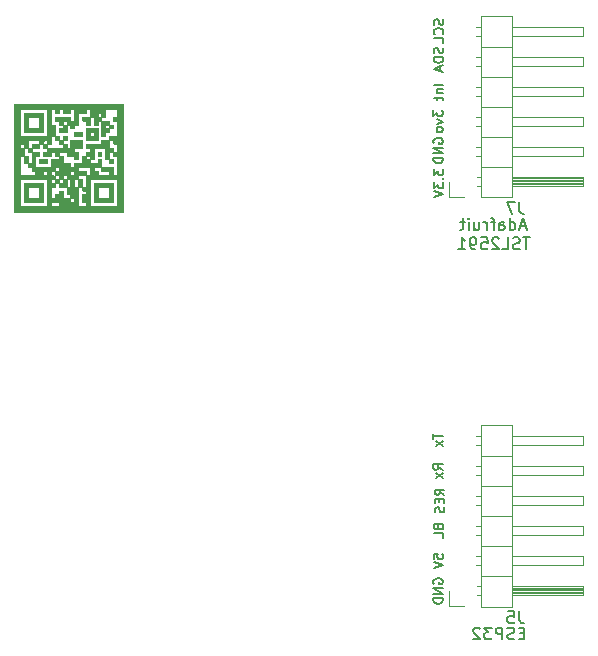
<source format=gbr>
G04 #@! TF.GenerationSoftware,KiCad,Pcbnew,(5.1.5)-3*
G04 #@! TF.CreationDate,2020-09-03T11:07:21+02:00*
G04 #@! TF.ProjectId,StepperClockMasterTinyK22,53746570-7065-4724-936c-6f636b4d6173,rev?*
G04 #@! TF.SameCoordinates,Original*
G04 #@! TF.FileFunction,Legend,Bot*
G04 #@! TF.FilePolarity,Positive*
%FSLAX46Y46*%
G04 Gerber Fmt 4.6, Leading zero omitted, Abs format (unit mm)*
G04 Created by KiCad (PCBNEW (5.1.5)-3) date 2020-09-03 11:07:21*
%MOMM*%
%LPD*%
G04 APERTURE LIST*
%ADD10C,0.150000*%
%ADD11C,0.120000*%
%ADD12C,0.010000*%
G04 APERTURE END LIST*
D10*
X142834285Y-105271666D02*
X142358095Y-105271666D01*
X142929523Y-105557380D02*
X142596190Y-104557380D01*
X142262857Y-105557380D01*
X141500952Y-105557380D02*
X141500952Y-104557380D01*
X141500952Y-105509761D02*
X141596190Y-105557380D01*
X141786666Y-105557380D01*
X141881904Y-105509761D01*
X141929523Y-105462142D01*
X141977142Y-105366904D01*
X141977142Y-105081190D01*
X141929523Y-104985952D01*
X141881904Y-104938333D01*
X141786666Y-104890714D01*
X141596190Y-104890714D01*
X141500952Y-104938333D01*
X140596190Y-105557380D02*
X140596190Y-105033571D01*
X140643809Y-104938333D01*
X140739047Y-104890714D01*
X140929523Y-104890714D01*
X141024761Y-104938333D01*
X140596190Y-105509761D02*
X140691428Y-105557380D01*
X140929523Y-105557380D01*
X141024761Y-105509761D01*
X141072380Y-105414523D01*
X141072380Y-105319285D01*
X141024761Y-105224047D01*
X140929523Y-105176428D01*
X140691428Y-105176428D01*
X140596190Y-105128809D01*
X140262857Y-104890714D02*
X139881904Y-104890714D01*
X140120000Y-105557380D02*
X140120000Y-104700238D01*
X140072380Y-104605000D01*
X139977142Y-104557380D01*
X139881904Y-104557380D01*
X139548571Y-105557380D02*
X139548571Y-104890714D01*
X139548571Y-105081190D02*
X139500952Y-104985952D01*
X139453333Y-104938333D01*
X139358095Y-104890714D01*
X139262857Y-104890714D01*
X138500952Y-104890714D02*
X138500952Y-105557380D01*
X138929523Y-104890714D02*
X138929523Y-105414523D01*
X138881904Y-105509761D01*
X138786666Y-105557380D01*
X138643809Y-105557380D01*
X138548571Y-105509761D01*
X138500952Y-105462142D01*
X138024761Y-105557380D02*
X138024761Y-104890714D01*
X138024761Y-104557380D02*
X138072380Y-104605000D01*
X138024761Y-104652619D01*
X137977142Y-104605000D01*
X138024761Y-104557380D01*
X138024761Y-104652619D01*
X137691428Y-104890714D02*
X137310476Y-104890714D01*
X137548571Y-104557380D02*
X137548571Y-105414523D01*
X137500952Y-105509761D01*
X137405714Y-105557380D01*
X137310476Y-105557380D01*
X143191428Y-106207380D02*
X142620000Y-106207380D01*
X142905714Y-107207380D02*
X142905714Y-106207380D01*
X142334285Y-107159761D02*
X142191428Y-107207380D01*
X141953333Y-107207380D01*
X141858095Y-107159761D01*
X141810476Y-107112142D01*
X141762857Y-107016904D01*
X141762857Y-106921666D01*
X141810476Y-106826428D01*
X141858095Y-106778809D01*
X141953333Y-106731190D01*
X142143809Y-106683571D01*
X142239047Y-106635952D01*
X142286666Y-106588333D01*
X142334285Y-106493095D01*
X142334285Y-106397857D01*
X142286666Y-106302619D01*
X142239047Y-106255000D01*
X142143809Y-106207380D01*
X141905714Y-106207380D01*
X141762857Y-106255000D01*
X140858095Y-107207380D02*
X141334285Y-107207380D01*
X141334285Y-106207380D01*
X140572380Y-106302619D02*
X140524761Y-106255000D01*
X140429523Y-106207380D01*
X140191428Y-106207380D01*
X140096190Y-106255000D01*
X140048571Y-106302619D01*
X140000952Y-106397857D01*
X140000952Y-106493095D01*
X140048571Y-106635952D01*
X140620000Y-107207380D01*
X140000952Y-107207380D01*
X139096190Y-106207380D02*
X139572380Y-106207380D01*
X139620000Y-106683571D01*
X139572380Y-106635952D01*
X139477142Y-106588333D01*
X139239047Y-106588333D01*
X139143809Y-106635952D01*
X139096190Y-106683571D01*
X139048571Y-106778809D01*
X139048571Y-107016904D01*
X139096190Y-107112142D01*
X139143809Y-107159761D01*
X139239047Y-107207380D01*
X139477142Y-107207380D01*
X139572380Y-107159761D01*
X139620000Y-107112142D01*
X138572380Y-107207380D02*
X138381904Y-107207380D01*
X138286666Y-107159761D01*
X138239047Y-107112142D01*
X138143809Y-106969285D01*
X138096190Y-106778809D01*
X138096190Y-106397857D01*
X138143809Y-106302619D01*
X138191428Y-106255000D01*
X138286666Y-106207380D01*
X138477142Y-106207380D01*
X138572380Y-106255000D01*
X138620000Y-106302619D01*
X138667619Y-106397857D01*
X138667619Y-106635952D01*
X138620000Y-106731190D01*
X138572380Y-106778809D01*
X138477142Y-106826428D01*
X138286666Y-106826428D01*
X138191428Y-106778809D01*
X138143809Y-106731190D01*
X138096190Y-106635952D01*
X137143809Y-107207380D02*
X137715238Y-107207380D01*
X137429523Y-107207380D02*
X137429523Y-106207380D01*
X137524761Y-106350238D01*
X137620000Y-106445476D01*
X137715238Y-106493095D01*
X135843809Y-87747619D02*
X135881904Y-87861904D01*
X135881904Y-88052380D01*
X135843809Y-88128571D01*
X135805714Y-88166666D01*
X135729523Y-88204761D01*
X135653333Y-88204761D01*
X135577142Y-88166666D01*
X135539047Y-88128571D01*
X135500952Y-88052380D01*
X135462857Y-87900000D01*
X135424761Y-87823809D01*
X135386666Y-87785714D01*
X135310476Y-87747619D01*
X135234285Y-87747619D01*
X135158095Y-87785714D01*
X135120000Y-87823809D01*
X135081904Y-87900000D01*
X135081904Y-88090476D01*
X135120000Y-88204761D01*
X135805714Y-89004761D02*
X135843809Y-88966666D01*
X135881904Y-88852380D01*
X135881904Y-88776190D01*
X135843809Y-88661904D01*
X135767619Y-88585714D01*
X135691428Y-88547619D01*
X135539047Y-88509523D01*
X135424761Y-88509523D01*
X135272380Y-88547619D01*
X135196190Y-88585714D01*
X135120000Y-88661904D01*
X135081904Y-88776190D01*
X135081904Y-88852380D01*
X135120000Y-88966666D01*
X135158095Y-89004761D01*
X135881904Y-89728571D02*
X135881904Y-89347619D01*
X135081904Y-89347619D01*
X135813809Y-90148571D02*
X135851904Y-90262857D01*
X135851904Y-90453333D01*
X135813809Y-90529523D01*
X135775714Y-90567619D01*
X135699523Y-90605714D01*
X135623333Y-90605714D01*
X135547142Y-90567619D01*
X135509047Y-90529523D01*
X135470952Y-90453333D01*
X135432857Y-90300952D01*
X135394761Y-90224761D01*
X135356666Y-90186666D01*
X135280476Y-90148571D01*
X135204285Y-90148571D01*
X135128095Y-90186666D01*
X135090000Y-90224761D01*
X135051904Y-90300952D01*
X135051904Y-90491428D01*
X135090000Y-90605714D01*
X135851904Y-90948571D02*
X135051904Y-90948571D01*
X135051904Y-91139047D01*
X135090000Y-91253333D01*
X135166190Y-91329523D01*
X135242380Y-91367619D01*
X135394761Y-91405714D01*
X135509047Y-91405714D01*
X135661428Y-91367619D01*
X135737619Y-91329523D01*
X135813809Y-91253333D01*
X135851904Y-91139047D01*
X135851904Y-90948571D01*
X135623333Y-91710476D02*
X135623333Y-92091428D01*
X135851904Y-91634285D02*
X135051904Y-91900952D01*
X135851904Y-92167619D01*
X135851904Y-93289523D02*
X135051904Y-93289523D01*
X135318571Y-93670476D02*
X135851904Y-93670476D01*
X135394761Y-93670476D02*
X135356666Y-93708571D01*
X135318571Y-93784761D01*
X135318571Y-93899047D01*
X135356666Y-93975238D01*
X135432857Y-94013333D01*
X135851904Y-94013333D01*
X135318571Y-94280000D02*
X135318571Y-94584761D01*
X135051904Y-94394285D02*
X135737619Y-94394285D01*
X135813809Y-94432380D01*
X135851904Y-94508571D01*
X135851904Y-94584761D01*
X135031904Y-95446666D02*
X135031904Y-95941904D01*
X135336666Y-95675238D01*
X135336666Y-95789523D01*
X135374761Y-95865714D01*
X135412857Y-95903809D01*
X135489047Y-95941904D01*
X135679523Y-95941904D01*
X135755714Y-95903809D01*
X135793809Y-95865714D01*
X135831904Y-95789523D01*
X135831904Y-95560952D01*
X135793809Y-95484761D01*
X135755714Y-95446666D01*
X135298571Y-96208571D02*
X135831904Y-96399047D01*
X135298571Y-96589523D01*
X135831904Y-97008571D02*
X135793809Y-96932380D01*
X135755714Y-96894285D01*
X135679523Y-96856190D01*
X135450952Y-96856190D01*
X135374761Y-96894285D01*
X135336666Y-96932380D01*
X135298571Y-97008571D01*
X135298571Y-97122857D01*
X135336666Y-97199047D01*
X135374761Y-97237142D01*
X135450952Y-97275238D01*
X135679523Y-97275238D01*
X135755714Y-97237142D01*
X135793809Y-97199047D01*
X135831904Y-97122857D01*
X135831904Y-97008571D01*
X135070000Y-98240476D02*
X135031904Y-98164285D01*
X135031904Y-98050000D01*
X135070000Y-97935714D01*
X135146190Y-97859523D01*
X135222380Y-97821428D01*
X135374761Y-97783333D01*
X135489047Y-97783333D01*
X135641428Y-97821428D01*
X135717619Y-97859523D01*
X135793809Y-97935714D01*
X135831904Y-98050000D01*
X135831904Y-98126190D01*
X135793809Y-98240476D01*
X135755714Y-98278571D01*
X135489047Y-98278571D01*
X135489047Y-98126190D01*
X135831904Y-98621428D02*
X135031904Y-98621428D01*
X135831904Y-99078571D01*
X135031904Y-99078571D01*
X135831904Y-99459523D02*
X135031904Y-99459523D01*
X135031904Y-99650000D01*
X135070000Y-99764285D01*
X135146190Y-99840476D01*
X135222380Y-99878571D01*
X135374761Y-99916666D01*
X135489047Y-99916666D01*
X135641428Y-99878571D01*
X135717619Y-99840476D01*
X135793809Y-99764285D01*
X135831904Y-99650000D01*
X135831904Y-99459523D01*
X135081904Y-100379047D02*
X135081904Y-100874285D01*
X135386666Y-100607619D01*
X135386666Y-100721904D01*
X135424761Y-100798095D01*
X135462857Y-100836190D01*
X135539047Y-100874285D01*
X135729523Y-100874285D01*
X135805714Y-100836190D01*
X135843809Y-100798095D01*
X135881904Y-100721904D01*
X135881904Y-100493333D01*
X135843809Y-100417142D01*
X135805714Y-100379047D01*
X135805714Y-101217142D02*
X135843809Y-101255238D01*
X135881904Y-101217142D01*
X135843809Y-101179047D01*
X135805714Y-101217142D01*
X135881904Y-101217142D01*
X135081904Y-101521904D02*
X135081904Y-102017142D01*
X135386666Y-101750476D01*
X135386666Y-101864761D01*
X135424761Y-101940952D01*
X135462857Y-101979047D01*
X135539047Y-102017142D01*
X135729523Y-102017142D01*
X135805714Y-101979047D01*
X135843809Y-101940952D01*
X135881904Y-101864761D01*
X135881904Y-101636190D01*
X135843809Y-101560000D01*
X135805714Y-101521904D01*
X135081904Y-102245714D02*
X135881904Y-102512380D01*
X135081904Y-102779047D01*
X135021904Y-122807619D02*
X135021904Y-123264761D01*
X135821904Y-123036190D02*
X135021904Y-123036190D01*
X135821904Y-123455238D02*
X135288571Y-123874285D01*
X135288571Y-123455238D02*
X135821904Y-123874285D01*
X135821904Y-125873809D02*
X135440952Y-125607142D01*
X135821904Y-125416666D02*
X135021904Y-125416666D01*
X135021904Y-125721428D01*
X135060000Y-125797619D01*
X135098095Y-125835714D01*
X135174285Y-125873809D01*
X135288571Y-125873809D01*
X135364761Y-125835714D01*
X135402857Y-125797619D01*
X135440952Y-125721428D01*
X135440952Y-125416666D01*
X135821904Y-126140476D02*
X135288571Y-126559523D01*
X135288571Y-126140476D02*
X135821904Y-126559523D01*
X135961904Y-128004761D02*
X135580952Y-127738095D01*
X135961904Y-127547619D02*
X135161904Y-127547619D01*
X135161904Y-127852380D01*
X135200000Y-127928571D01*
X135238095Y-127966666D01*
X135314285Y-128004761D01*
X135428571Y-128004761D01*
X135504761Y-127966666D01*
X135542857Y-127928571D01*
X135580952Y-127852380D01*
X135580952Y-127547619D01*
X135542857Y-128347619D02*
X135542857Y-128614285D01*
X135961904Y-128728571D02*
X135961904Y-128347619D01*
X135161904Y-128347619D01*
X135161904Y-128728571D01*
X135923809Y-129033333D02*
X135961904Y-129147619D01*
X135961904Y-129338095D01*
X135923809Y-129414285D01*
X135885714Y-129452380D01*
X135809523Y-129490476D01*
X135733333Y-129490476D01*
X135657142Y-129452380D01*
X135619047Y-129414285D01*
X135580952Y-129338095D01*
X135542857Y-129185714D01*
X135504761Y-129109523D01*
X135466666Y-129071428D01*
X135390476Y-129033333D01*
X135314285Y-129033333D01*
X135238095Y-129071428D01*
X135200000Y-129109523D01*
X135161904Y-129185714D01*
X135161904Y-129376190D01*
X135200000Y-129490476D01*
X135432857Y-130733333D02*
X135470952Y-130847619D01*
X135509047Y-130885714D01*
X135585238Y-130923809D01*
X135699523Y-130923809D01*
X135775714Y-130885714D01*
X135813809Y-130847619D01*
X135851904Y-130771428D01*
X135851904Y-130466666D01*
X135051904Y-130466666D01*
X135051904Y-130733333D01*
X135090000Y-130809523D01*
X135128095Y-130847619D01*
X135204285Y-130885714D01*
X135280476Y-130885714D01*
X135356666Y-130847619D01*
X135394761Y-130809523D01*
X135432857Y-130733333D01*
X135432857Y-130466666D01*
X135851904Y-131647619D02*
X135851904Y-131266666D01*
X135051904Y-131266666D01*
X135060000Y-135520476D02*
X135021904Y-135444285D01*
X135021904Y-135330000D01*
X135060000Y-135215714D01*
X135136190Y-135139523D01*
X135212380Y-135101428D01*
X135364761Y-135063333D01*
X135479047Y-135063333D01*
X135631428Y-135101428D01*
X135707619Y-135139523D01*
X135783809Y-135215714D01*
X135821904Y-135330000D01*
X135821904Y-135406190D01*
X135783809Y-135520476D01*
X135745714Y-135558571D01*
X135479047Y-135558571D01*
X135479047Y-135406190D01*
X135821904Y-135901428D02*
X135021904Y-135901428D01*
X135821904Y-136358571D01*
X135021904Y-136358571D01*
X135821904Y-136739523D02*
X135021904Y-136739523D01*
X135021904Y-136930000D01*
X135060000Y-137044285D01*
X135136190Y-137120476D01*
X135212380Y-137158571D01*
X135364761Y-137196666D01*
X135479047Y-137196666D01*
X135631428Y-137158571D01*
X135707619Y-137120476D01*
X135783809Y-137044285D01*
X135821904Y-136930000D01*
X135821904Y-136739523D01*
X135071904Y-133407619D02*
X135071904Y-133026666D01*
X135452857Y-132988571D01*
X135414761Y-133026666D01*
X135376666Y-133102857D01*
X135376666Y-133293333D01*
X135414761Y-133369523D01*
X135452857Y-133407619D01*
X135529047Y-133445714D01*
X135719523Y-133445714D01*
X135795714Y-133407619D01*
X135833809Y-133369523D01*
X135871904Y-133293333D01*
X135871904Y-133102857D01*
X135833809Y-133026666D01*
X135795714Y-132988571D01*
X135071904Y-133674285D02*
X135871904Y-133940952D01*
X135071904Y-134207619D01*
X142722857Y-139718571D02*
X142389523Y-139718571D01*
X142246666Y-140242380D02*
X142722857Y-140242380D01*
X142722857Y-139242380D01*
X142246666Y-139242380D01*
X141865714Y-140194761D02*
X141722857Y-140242380D01*
X141484761Y-140242380D01*
X141389523Y-140194761D01*
X141341904Y-140147142D01*
X141294285Y-140051904D01*
X141294285Y-139956666D01*
X141341904Y-139861428D01*
X141389523Y-139813809D01*
X141484761Y-139766190D01*
X141675238Y-139718571D01*
X141770476Y-139670952D01*
X141818095Y-139623333D01*
X141865714Y-139528095D01*
X141865714Y-139432857D01*
X141818095Y-139337619D01*
X141770476Y-139290000D01*
X141675238Y-139242380D01*
X141437142Y-139242380D01*
X141294285Y-139290000D01*
X140865714Y-140242380D02*
X140865714Y-139242380D01*
X140484761Y-139242380D01*
X140389523Y-139290000D01*
X140341904Y-139337619D01*
X140294285Y-139432857D01*
X140294285Y-139575714D01*
X140341904Y-139670952D01*
X140389523Y-139718571D01*
X140484761Y-139766190D01*
X140865714Y-139766190D01*
X139960952Y-139242380D02*
X139341904Y-139242380D01*
X139675238Y-139623333D01*
X139532380Y-139623333D01*
X139437142Y-139670952D01*
X139389523Y-139718571D01*
X139341904Y-139813809D01*
X139341904Y-140051904D01*
X139389523Y-140147142D01*
X139437142Y-140194761D01*
X139532380Y-140242380D01*
X139818095Y-140242380D01*
X139913333Y-140194761D01*
X139960952Y-140147142D01*
X138960952Y-139337619D02*
X138913333Y-139290000D01*
X138818095Y-139242380D01*
X138580000Y-139242380D01*
X138484761Y-139290000D01*
X138437142Y-139337619D01*
X138389523Y-139432857D01*
X138389523Y-139528095D01*
X138437142Y-139670952D01*
X139008571Y-140242380D01*
X138389523Y-140242380D01*
D11*
X139020000Y-102820000D02*
X139020000Y-87460000D01*
X139020000Y-87460000D02*
X141680000Y-87460000D01*
X141680000Y-87460000D02*
X141680000Y-102820000D01*
X141680000Y-102820000D02*
X139020000Y-102820000D01*
X141680000Y-101870000D02*
X147680000Y-101870000D01*
X147680000Y-101870000D02*
X147680000Y-101110000D01*
X147680000Y-101110000D02*
X141680000Y-101110000D01*
X141680000Y-101810000D02*
X147680000Y-101810000D01*
X141680000Y-101690000D02*
X147680000Y-101690000D01*
X141680000Y-101570000D02*
X147680000Y-101570000D01*
X141680000Y-101450000D02*
X147680000Y-101450000D01*
X141680000Y-101330000D02*
X147680000Y-101330000D01*
X141680000Y-101210000D02*
X147680000Y-101210000D01*
X138690000Y-101870000D02*
X139020000Y-101870000D01*
X138690000Y-101110000D02*
X139020000Y-101110000D01*
X139020000Y-100220000D02*
X141680000Y-100220000D01*
X141680000Y-99330000D02*
X147680000Y-99330000D01*
X147680000Y-99330000D02*
X147680000Y-98570000D01*
X147680000Y-98570000D02*
X141680000Y-98570000D01*
X138622929Y-99330000D02*
X139020000Y-99330000D01*
X138622929Y-98570000D02*
X139020000Y-98570000D01*
X139020000Y-97680000D02*
X141680000Y-97680000D01*
X141680000Y-96790000D02*
X147680000Y-96790000D01*
X147680000Y-96790000D02*
X147680000Y-96030000D01*
X147680000Y-96030000D02*
X141680000Y-96030000D01*
X138622929Y-96790000D02*
X139020000Y-96790000D01*
X138622929Y-96030000D02*
X139020000Y-96030000D01*
X139020000Y-95140000D02*
X141680000Y-95140000D01*
X141680000Y-94250000D02*
X147680000Y-94250000D01*
X147680000Y-94250000D02*
X147680000Y-93490000D01*
X147680000Y-93490000D02*
X141680000Y-93490000D01*
X138622929Y-94250000D02*
X139020000Y-94250000D01*
X138622929Y-93490000D02*
X139020000Y-93490000D01*
X139020000Y-92600000D02*
X141680000Y-92600000D01*
X141680000Y-91710000D02*
X147680000Y-91710000D01*
X147680000Y-91710000D02*
X147680000Y-90950000D01*
X147680000Y-90950000D02*
X141680000Y-90950000D01*
X138622929Y-91710000D02*
X139020000Y-91710000D01*
X138622929Y-90950000D02*
X139020000Y-90950000D01*
X139020000Y-90060000D02*
X141680000Y-90060000D01*
X141680000Y-89170000D02*
X147680000Y-89170000D01*
X147680000Y-89170000D02*
X147680000Y-88410000D01*
X147680000Y-88410000D02*
X141680000Y-88410000D01*
X138622929Y-89170000D02*
X139020000Y-89170000D01*
X138622929Y-88410000D02*
X139020000Y-88410000D01*
X136310000Y-101490000D02*
X136310000Y-102760000D01*
X136310000Y-102760000D02*
X137580000Y-102760000D01*
X139020000Y-137460000D02*
X139020000Y-122100000D01*
X139020000Y-122100000D02*
X141680000Y-122100000D01*
X141680000Y-122100000D02*
X141680000Y-137460000D01*
X141680000Y-137460000D02*
X139020000Y-137460000D01*
X141680000Y-136510000D02*
X147680000Y-136510000D01*
X147680000Y-136510000D02*
X147680000Y-135750000D01*
X147680000Y-135750000D02*
X141680000Y-135750000D01*
X141680000Y-136450000D02*
X147680000Y-136450000D01*
X141680000Y-136330000D02*
X147680000Y-136330000D01*
X141680000Y-136210000D02*
X147680000Y-136210000D01*
X141680000Y-136090000D02*
X147680000Y-136090000D01*
X141680000Y-135970000D02*
X147680000Y-135970000D01*
X141680000Y-135850000D02*
X147680000Y-135850000D01*
X138690000Y-136510000D02*
X139020000Y-136510000D01*
X138690000Y-135750000D02*
X139020000Y-135750000D01*
X139020000Y-134860000D02*
X141680000Y-134860000D01*
X141680000Y-133970000D02*
X147680000Y-133970000D01*
X147680000Y-133970000D02*
X147680000Y-133210000D01*
X147680000Y-133210000D02*
X141680000Y-133210000D01*
X138622929Y-133970000D02*
X139020000Y-133970000D01*
X138622929Y-133210000D02*
X139020000Y-133210000D01*
X139020000Y-132320000D02*
X141680000Y-132320000D01*
X141680000Y-131430000D02*
X147680000Y-131430000D01*
X147680000Y-131430000D02*
X147680000Y-130670000D01*
X147680000Y-130670000D02*
X141680000Y-130670000D01*
X138622929Y-131430000D02*
X139020000Y-131430000D01*
X138622929Y-130670000D02*
X139020000Y-130670000D01*
X139020000Y-129780000D02*
X141680000Y-129780000D01*
X141680000Y-128890000D02*
X147680000Y-128890000D01*
X147680000Y-128890000D02*
X147680000Y-128130000D01*
X147680000Y-128130000D02*
X141680000Y-128130000D01*
X138622929Y-128890000D02*
X139020000Y-128890000D01*
X138622929Y-128130000D02*
X139020000Y-128130000D01*
X139020000Y-127240000D02*
X141680000Y-127240000D01*
X141680000Y-126350000D02*
X147680000Y-126350000D01*
X147680000Y-126350000D02*
X147680000Y-125590000D01*
X147680000Y-125590000D02*
X141680000Y-125590000D01*
X138622929Y-126350000D02*
X139020000Y-126350000D01*
X138622929Y-125590000D02*
X139020000Y-125590000D01*
X139020000Y-124700000D02*
X141680000Y-124700000D01*
X141680000Y-123810000D02*
X147680000Y-123810000D01*
X147680000Y-123810000D02*
X147680000Y-123050000D01*
X147680000Y-123050000D02*
X141680000Y-123050000D01*
X138622929Y-123810000D02*
X139020000Y-123810000D01*
X138622929Y-123050000D02*
X139020000Y-123050000D01*
X136310000Y-136130000D02*
X136310000Y-137400000D01*
X136310000Y-137400000D02*
X137580000Y-137400000D01*
D12*
G36*
X108774333Y-94898000D02*
G01*
X99545667Y-94898000D01*
X99545667Y-97649667D01*
X100053667Y-97649667D01*
X100053667Y-95363667D01*
X102297333Y-95363667D01*
X102297333Y-97649667D01*
X100053667Y-97649667D01*
X99545667Y-97649667D01*
X99545667Y-98623334D01*
X100011333Y-98623334D01*
X100011333Y-98284667D01*
X100350000Y-98284667D01*
X100350000Y-98623334D01*
X100011333Y-98623334D01*
X99545667Y-98623334D01*
X99545667Y-100951667D01*
X100011333Y-100951667D01*
X100011333Y-99300667D01*
X100350000Y-99300667D01*
X100350000Y-98623334D01*
X100688667Y-98623334D01*
X100688667Y-97988334D01*
X101662333Y-97988334D01*
X101662333Y-98136500D01*
X101667460Y-98231366D01*
X101699112Y-98273525D01*
X101781700Y-98284336D01*
X101831667Y-98284667D01*
X101940085Y-98280182D01*
X101988266Y-98252486D01*
X102000621Y-98180221D01*
X102001000Y-98136500D01*
X102006126Y-98041635D01*
X102037779Y-97999476D01*
X102120367Y-97988665D01*
X102170333Y-97988334D01*
X102278751Y-97992819D01*
X102326933Y-98020515D01*
X102339288Y-98092780D01*
X102339667Y-98136500D01*
X102346220Y-98235806D01*
X102383193Y-98276533D01*
X102476555Y-98284649D01*
X102487833Y-98284667D01*
X102636000Y-98284667D01*
X102636000Y-97649667D01*
X102974667Y-97649667D01*
X102974667Y-96676000D01*
X102636000Y-96676000D01*
X102636000Y-95321334D01*
X102974667Y-95321334D01*
X102974667Y-95660000D01*
X103313333Y-95660000D01*
X103313333Y-95321334D01*
X103652000Y-95321334D01*
X103652000Y-95660000D01*
X104287000Y-95660000D01*
X104287000Y-95321334D01*
X104625667Y-95321334D01*
X104625667Y-96337334D01*
X104287000Y-96337334D01*
X104287000Y-95998667D01*
X102974667Y-95998667D01*
X102974667Y-96337334D01*
X103313333Y-96337334D01*
X103313333Y-96676000D01*
X103652000Y-96676000D01*
X103652000Y-96337334D01*
X103990667Y-96337334D01*
X103990667Y-96506667D01*
X103995152Y-96615085D01*
X104022848Y-96663267D01*
X104095113Y-96675622D01*
X104138833Y-96676000D01*
X104238139Y-96682554D01*
X104278865Y-96719527D01*
X104286981Y-96812889D01*
X104287000Y-96824167D01*
X104292126Y-96919033D01*
X104323779Y-96961192D01*
X104406367Y-96972003D01*
X104456333Y-96972334D01*
X104564751Y-96967848D01*
X104612933Y-96940152D01*
X104625288Y-96867888D01*
X104625667Y-96824167D01*
X104630793Y-96729301D01*
X104662445Y-96687142D01*
X104745034Y-96676332D01*
X104795000Y-96676000D01*
X104964333Y-96676000D01*
X104964333Y-95660000D01*
X105599333Y-95660000D01*
X105599333Y-95321334D01*
X105938000Y-95321334D01*
X105938000Y-95998667D01*
X106276667Y-95998667D01*
X106276667Y-96676000D01*
X106615333Y-96676000D01*
X106615333Y-96506667D01*
X106619819Y-96398249D01*
X106647515Y-96350067D01*
X106719779Y-96337712D01*
X106763500Y-96337334D01*
X106858366Y-96332207D01*
X106900525Y-96300555D01*
X106911335Y-96217967D01*
X106911667Y-96168000D01*
X106907181Y-96059582D01*
X106879485Y-96011401D01*
X106807220Y-95999046D01*
X106763500Y-95998667D01*
X106668634Y-95993541D01*
X106626475Y-95961888D01*
X106615664Y-95879300D01*
X106615333Y-95829334D01*
X106619819Y-95720916D01*
X106647515Y-95672734D01*
X106719779Y-95660379D01*
X106763500Y-95660000D01*
X106858366Y-95665127D01*
X106900525Y-95696779D01*
X106911335Y-95779368D01*
X106911667Y-95829334D01*
X106911667Y-95998667D01*
X107250333Y-95998667D01*
X107250333Y-95321334D01*
X108266333Y-95321334D01*
X108266333Y-95998667D01*
X107927667Y-95998667D01*
X107927667Y-96337334D01*
X108266333Y-96337334D01*
X108266333Y-97649667D01*
X107589000Y-97649667D01*
X107589000Y-97988334D01*
X107758333Y-97988334D01*
X107866751Y-97992819D01*
X107914933Y-98020515D01*
X107927288Y-98092780D01*
X107927667Y-98136500D01*
X107932793Y-98231366D01*
X107964445Y-98273525D01*
X108047034Y-98284336D01*
X108097000Y-98284667D01*
X108266333Y-98284667D01*
X108266333Y-98962000D01*
X107927667Y-98962000D01*
X107927667Y-99300667D01*
X108266333Y-99300667D01*
X108266333Y-100951667D01*
X107927667Y-100951667D01*
X107927667Y-100274334D01*
X106911667Y-100274334D01*
X106911667Y-99597000D01*
X106763500Y-99597000D01*
X106668634Y-99602127D01*
X106626475Y-99633779D01*
X106615664Y-99716368D01*
X106615333Y-99766334D01*
X106615333Y-99935667D01*
X105938000Y-99935667D01*
X105938000Y-99597000D01*
X105768667Y-99597000D01*
X105660248Y-99592515D01*
X105612067Y-99564819D01*
X105599712Y-99492554D01*
X105599333Y-99448834D01*
X105592780Y-99349528D01*
X105555807Y-99308802D01*
X105462444Y-99300686D01*
X105451167Y-99300667D01*
X105303000Y-99300667D01*
X105303000Y-99935667D01*
X104625667Y-99935667D01*
X104625667Y-100274334D01*
X104287000Y-100274334D01*
X104287000Y-99935667D01*
X103652000Y-99935667D01*
X103652000Y-99300667D01*
X103482667Y-99300667D01*
X103374248Y-99305153D01*
X103326067Y-99332849D01*
X103313712Y-99405113D01*
X103313333Y-99448834D01*
X103313333Y-99597000D01*
X102636000Y-99597000D01*
X102636000Y-100274334D01*
X102974667Y-100274334D01*
X103313333Y-100274334D01*
X103313333Y-100613000D01*
X102974667Y-100613000D01*
X102974667Y-100274334D01*
X102636000Y-100274334D01*
X101323667Y-100274334D01*
X101323667Y-99300667D01*
X101662333Y-99300667D01*
X101662333Y-98962000D01*
X101027333Y-98962000D01*
X101027333Y-99935667D01*
X100688667Y-99935667D01*
X100688667Y-100274334D01*
X101027333Y-100274334D01*
X101027333Y-100443667D01*
X101031819Y-100552085D01*
X101059515Y-100600267D01*
X101131779Y-100612622D01*
X101175500Y-100613000D01*
X101270366Y-100618127D01*
X101312525Y-100649779D01*
X101323335Y-100732368D01*
X101323667Y-100782334D01*
X101323667Y-100951667D01*
X102001000Y-100951667D01*
X102001000Y-100613000D01*
X102339667Y-100613000D01*
X102339667Y-100951667D01*
X102001000Y-100951667D01*
X101323667Y-100951667D01*
X100011333Y-100951667D01*
X99545667Y-100951667D01*
X99545667Y-103534000D01*
X100053667Y-103534000D01*
X100053667Y-101290334D01*
X102297333Y-101290334D01*
X102297333Y-102899000D01*
X102636000Y-102899000D01*
X102636000Y-101925334D01*
X102974667Y-101925334D01*
X102974667Y-101586667D01*
X102636000Y-101586667D01*
X102636000Y-101248000D01*
X102805333Y-101248000D01*
X102913751Y-101243515D01*
X102961933Y-101215819D01*
X102974288Y-101143554D01*
X102974667Y-101099834D01*
X102969540Y-101004968D01*
X102937888Y-100962809D01*
X102855299Y-100951998D01*
X102805333Y-100951667D01*
X102636000Y-100951667D01*
X102636000Y-100613000D01*
X102974667Y-100613000D01*
X102974667Y-100951667D01*
X103144000Y-100951667D01*
X103252418Y-100956153D01*
X103300600Y-100983849D01*
X103312955Y-101056113D01*
X103313333Y-101099834D01*
X103318460Y-101194700D01*
X103350112Y-101236859D01*
X103432700Y-101247669D01*
X103482667Y-101248000D01*
X103591085Y-101243515D01*
X103639266Y-101215819D01*
X103651621Y-101143554D01*
X103652000Y-101099834D01*
X103657126Y-101004968D01*
X103688779Y-100962809D01*
X103771367Y-100951998D01*
X103821333Y-100951667D01*
X104287000Y-100951667D01*
X104287000Y-100613000D01*
X104625667Y-100613000D01*
X104964333Y-100613000D01*
X104964333Y-100274334D01*
X105938000Y-100274334D01*
X105938000Y-100613000D01*
X106276667Y-100613000D01*
X106276667Y-100274334D01*
X106911667Y-100274334D01*
X106911667Y-100613000D01*
X107589000Y-100613000D01*
X107589000Y-100951667D01*
X106615333Y-100951667D01*
X106615333Y-100613000D01*
X106276667Y-100613000D01*
X105938000Y-100613000D01*
X105938000Y-100951667D01*
X105599333Y-100951667D01*
X105599333Y-100613000D01*
X104964333Y-100613000D01*
X104625667Y-100613000D01*
X104625667Y-100951667D01*
X104287000Y-100951667D01*
X103821333Y-100951667D01*
X103929751Y-100956153D01*
X103977933Y-100983849D01*
X103990288Y-101056113D01*
X103990667Y-101099834D01*
X103997220Y-101199140D01*
X104034193Y-101239866D01*
X104127555Y-101247982D01*
X104138833Y-101248000D01*
X104287000Y-101248000D01*
X104287000Y-101925334D01*
X104625667Y-101925334D01*
X104625667Y-101248000D01*
X104795000Y-101248000D01*
X104903418Y-101243515D01*
X104951600Y-101215819D01*
X104963955Y-101143554D01*
X104964333Y-101099834D01*
X104964333Y-100951667D01*
X105599333Y-100951667D01*
X105599333Y-101925334D01*
X105451167Y-101925334D01*
X105356301Y-101930460D01*
X105314142Y-101962113D01*
X105303331Y-102044701D01*
X105303000Y-102094667D01*
X105307485Y-102203085D01*
X105335181Y-102251267D01*
X105407446Y-102263622D01*
X105451167Y-102264000D01*
X105550472Y-102270554D01*
X105591199Y-102307527D01*
X105599315Y-102400889D01*
X105599333Y-102412167D01*
X105592780Y-102511473D01*
X105555807Y-102552199D01*
X105462444Y-102560315D01*
X105451167Y-102560334D01*
X105303000Y-102560334D01*
X105303000Y-103237667D01*
X105451167Y-103237667D01*
X105546032Y-103242794D01*
X105588191Y-103274446D01*
X105599002Y-103357034D01*
X105599333Y-103407000D01*
X105599333Y-103534000D01*
X105980333Y-103534000D01*
X105980333Y-101290334D01*
X108224000Y-101290334D01*
X108224000Y-103534000D01*
X105980333Y-103534000D01*
X105599333Y-103534000D01*
X105599333Y-103576334D01*
X104964333Y-103576334D01*
X104964333Y-101925334D01*
X104625667Y-101925334D01*
X104287000Y-101925334D01*
X103990667Y-101925334D01*
X103990667Y-102560334D01*
X104138833Y-102560334D01*
X104233699Y-102565460D01*
X104275858Y-102597113D01*
X104286669Y-102679701D01*
X104287000Y-102729667D01*
X104287000Y-102899000D01*
X103652000Y-102899000D01*
X103652000Y-102264000D01*
X103482667Y-102264000D01*
X103374248Y-102268486D01*
X103326067Y-102296182D01*
X103313712Y-102368447D01*
X103313333Y-102412167D01*
X103308207Y-102507033D01*
X103276554Y-102549192D01*
X103193966Y-102560003D01*
X103144000Y-102560334D01*
X102974667Y-102560334D01*
X102974667Y-102899000D01*
X102636000Y-102899000D01*
X102297333Y-102899000D01*
X102297333Y-103534000D01*
X100053667Y-103534000D01*
X99545667Y-103534000D01*
X99545667Y-103576334D01*
X102636000Y-103576334D01*
X102636000Y-103237667D01*
X103313333Y-103237667D01*
X104287000Y-103237667D01*
X104287000Y-102899000D01*
X104625667Y-102899000D01*
X104625667Y-103237667D01*
X104287000Y-103237667D01*
X103313333Y-103237667D01*
X103313333Y-103576334D01*
X102636000Y-103576334D01*
X99545667Y-103576334D01*
X99545667Y-104042000D01*
X108774333Y-104042000D01*
X108774333Y-94898000D01*
G37*
X108774333Y-94898000D02*
X99545667Y-94898000D01*
X99545667Y-97649667D01*
X100053667Y-97649667D01*
X100053667Y-95363667D01*
X102297333Y-95363667D01*
X102297333Y-97649667D01*
X100053667Y-97649667D01*
X99545667Y-97649667D01*
X99545667Y-98623334D01*
X100011333Y-98623334D01*
X100011333Y-98284667D01*
X100350000Y-98284667D01*
X100350000Y-98623334D01*
X100011333Y-98623334D01*
X99545667Y-98623334D01*
X99545667Y-100951667D01*
X100011333Y-100951667D01*
X100011333Y-99300667D01*
X100350000Y-99300667D01*
X100350000Y-98623334D01*
X100688667Y-98623334D01*
X100688667Y-97988334D01*
X101662333Y-97988334D01*
X101662333Y-98136500D01*
X101667460Y-98231366D01*
X101699112Y-98273525D01*
X101781700Y-98284336D01*
X101831667Y-98284667D01*
X101940085Y-98280182D01*
X101988266Y-98252486D01*
X102000621Y-98180221D01*
X102001000Y-98136500D01*
X102006126Y-98041635D01*
X102037779Y-97999476D01*
X102120367Y-97988665D01*
X102170333Y-97988334D01*
X102278751Y-97992819D01*
X102326933Y-98020515D01*
X102339288Y-98092780D01*
X102339667Y-98136500D01*
X102346220Y-98235806D01*
X102383193Y-98276533D01*
X102476555Y-98284649D01*
X102487833Y-98284667D01*
X102636000Y-98284667D01*
X102636000Y-97649667D01*
X102974667Y-97649667D01*
X102974667Y-96676000D01*
X102636000Y-96676000D01*
X102636000Y-95321334D01*
X102974667Y-95321334D01*
X102974667Y-95660000D01*
X103313333Y-95660000D01*
X103313333Y-95321334D01*
X103652000Y-95321334D01*
X103652000Y-95660000D01*
X104287000Y-95660000D01*
X104287000Y-95321334D01*
X104625667Y-95321334D01*
X104625667Y-96337334D01*
X104287000Y-96337334D01*
X104287000Y-95998667D01*
X102974667Y-95998667D01*
X102974667Y-96337334D01*
X103313333Y-96337334D01*
X103313333Y-96676000D01*
X103652000Y-96676000D01*
X103652000Y-96337334D01*
X103990667Y-96337334D01*
X103990667Y-96506667D01*
X103995152Y-96615085D01*
X104022848Y-96663267D01*
X104095113Y-96675622D01*
X104138833Y-96676000D01*
X104238139Y-96682554D01*
X104278865Y-96719527D01*
X104286981Y-96812889D01*
X104287000Y-96824167D01*
X104292126Y-96919033D01*
X104323779Y-96961192D01*
X104406367Y-96972003D01*
X104456333Y-96972334D01*
X104564751Y-96967848D01*
X104612933Y-96940152D01*
X104625288Y-96867888D01*
X104625667Y-96824167D01*
X104630793Y-96729301D01*
X104662445Y-96687142D01*
X104745034Y-96676332D01*
X104795000Y-96676000D01*
X104964333Y-96676000D01*
X104964333Y-95660000D01*
X105599333Y-95660000D01*
X105599333Y-95321334D01*
X105938000Y-95321334D01*
X105938000Y-95998667D01*
X106276667Y-95998667D01*
X106276667Y-96676000D01*
X106615333Y-96676000D01*
X106615333Y-96506667D01*
X106619819Y-96398249D01*
X106647515Y-96350067D01*
X106719779Y-96337712D01*
X106763500Y-96337334D01*
X106858366Y-96332207D01*
X106900525Y-96300555D01*
X106911335Y-96217967D01*
X106911667Y-96168000D01*
X106907181Y-96059582D01*
X106879485Y-96011401D01*
X106807220Y-95999046D01*
X106763500Y-95998667D01*
X106668634Y-95993541D01*
X106626475Y-95961888D01*
X106615664Y-95879300D01*
X106615333Y-95829334D01*
X106619819Y-95720916D01*
X106647515Y-95672734D01*
X106719779Y-95660379D01*
X106763500Y-95660000D01*
X106858366Y-95665127D01*
X106900525Y-95696779D01*
X106911335Y-95779368D01*
X106911667Y-95829334D01*
X106911667Y-95998667D01*
X107250333Y-95998667D01*
X107250333Y-95321334D01*
X108266333Y-95321334D01*
X108266333Y-95998667D01*
X107927667Y-95998667D01*
X107927667Y-96337334D01*
X108266333Y-96337334D01*
X108266333Y-97649667D01*
X107589000Y-97649667D01*
X107589000Y-97988334D01*
X107758333Y-97988334D01*
X107866751Y-97992819D01*
X107914933Y-98020515D01*
X107927288Y-98092780D01*
X107927667Y-98136500D01*
X107932793Y-98231366D01*
X107964445Y-98273525D01*
X108047034Y-98284336D01*
X108097000Y-98284667D01*
X108266333Y-98284667D01*
X108266333Y-98962000D01*
X107927667Y-98962000D01*
X107927667Y-99300667D01*
X108266333Y-99300667D01*
X108266333Y-100951667D01*
X107927667Y-100951667D01*
X107927667Y-100274334D01*
X106911667Y-100274334D01*
X106911667Y-99597000D01*
X106763500Y-99597000D01*
X106668634Y-99602127D01*
X106626475Y-99633779D01*
X106615664Y-99716368D01*
X106615333Y-99766334D01*
X106615333Y-99935667D01*
X105938000Y-99935667D01*
X105938000Y-99597000D01*
X105768667Y-99597000D01*
X105660248Y-99592515D01*
X105612067Y-99564819D01*
X105599712Y-99492554D01*
X105599333Y-99448834D01*
X105592780Y-99349528D01*
X105555807Y-99308802D01*
X105462444Y-99300686D01*
X105451167Y-99300667D01*
X105303000Y-99300667D01*
X105303000Y-99935667D01*
X104625667Y-99935667D01*
X104625667Y-100274334D01*
X104287000Y-100274334D01*
X104287000Y-99935667D01*
X103652000Y-99935667D01*
X103652000Y-99300667D01*
X103482667Y-99300667D01*
X103374248Y-99305153D01*
X103326067Y-99332849D01*
X103313712Y-99405113D01*
X103313333Y-99448834D01*
X103313333Y-99597000D01*
X102636000Y-99597000D01*
X102636000Y-100274334D01*
X102974667Y-100274334D01*
X103313333Y-100274334D01*
X103313333Y-100613000D01*
X102974667Y-100613000D01*
X102974667Y-100274334D01*
X102636000Y-100274334D01*
X101323667Y-100274334D01*
X101323667Y-99300667D01*
X101662333Y-99300667D01*
X101662333Y-98962000D01*
X101027333Y-98962000D01*
X101027333Y-99935667D01*
X100688667Y-99935667D01*
X100688667Y-100274334D01*
X101027333Y-100274334D01*
X101027333Y-100443667D01*
X101031819Y-100552085D01*
X101059515Y-100600267D01*
X101131779Y-100612622D01*
X101175500Y-100613000D01*
X101270366Y-100618127D01*
X101312525Y-100649779D01*
X101323335Y-100732368D01*
X101323667Y-100782334D01*
X101323667Y-100951667D01*
X102001000Y-100951667D01*
X102001000Y-100613000D01*
X102339667Y-100613000D01*
X102339667Y-100951667D01*
X102001000Y-100951667D01*
X101323667Y-100951667D01*
X100011333Y-100951667D01*
X99545667Y-100951667D01*
X99545667Y-103534000D01*
X100053667Y-103534000D01*
X100053667Y-101290334D01*
X102297333Y-101290334D01*
X102297333Y-102899000D01*
X102636000Y-102899000D01*
X102636000Y-101925334D01*
X102974667Y-101925334D01*
X102974667Y-101586667D01*
X102636000Y-101586667D01*
X102636000Y-101248000D01*
X102805333Y-101248000D01*
X102913751Y-101243515D01*
X102961933Y-101215819D01*
X102974288Y-101143554D01*
X102974667Y-101099834D01*
X102969540Y-101004968D01*
X102937888Y-100962809D01*
X102855299Y-100951998D01*
X102805333Y-100951667D01*
X102636000Y-100951667D01*
X102636000Y-100613000D01*
X102974667Y-100613000D01*
X102974667Y-100951667D01*
X103144000Y-100951667D01*
X103252418Y-100956153D01*
X103300600Y-100983849D01*
X103312955Y-101056113D01*
X103313333Y-101099834D01*
X103318460Y-101194700D01*
X103350112Y-101236859D01*
X103432700Y-101247669D01*
X103482667Y-101248000D01*
X103591085Y-101243515D01*
X103639266Y-101215819D01*
X103651621Y-101143554D01*
X103652000Y-101099834D01*
X103657126Y-101004968D01*
X103688779Y-100962809D01*
X103771367Y-100951998D01*
X103821333Y-100951667D01*
X104287000Y-100951667D01*
X104287000Y-100613000D01*
X104625667Y-100613000D01*
X104964333Y-100613000D01*
X104964333Y-100274334D01*
X105938000Y-100274334D01*
X105938000Y-100613000D01*
X106276667Y-100613000D01*
X106276667Y-100274334D01*
X106911667Y-100274334D01*
X106911667Y-100613000D01*
X107589000Y-100613000D01*
X107589000Y-100951667D01*
X106615333Y-100951667D01*
X106615333Y-100613000D01*
X106276667Y-100613000D01*
X105938000Y-100613000D01*
X105938000Y-100951667D01*
X105599333Y-100951667D01*
X105599333Y-100613000D01*
X104964333Y-100613000D01*
X104625667Y-100613000D01*
X104625667Y-100951667D01*
X104287000Y-100951667D01*
X103821333Y-100951667D01*
X103929751Y-100956153D01*
X103977933Y-100983849D01*
X103990288Y-101056113D01*
X103990667Y-101099834D01*
X103997220Y-101199140D01*
X104034193Y-101239866D01*
X104127555Y-101247982D01*
X104138833Y-101248000D01*
X104287000Y-101248000D01*
X104287000Y-101925334D01*
X104625667Y-101925334D01*
X104625667Y-101248000D01*
X104795000Y-101248000D01*
X104903418Y-101243515D01*
X104951600Y-101215819D01*
X104963955Y-101143554D01*
X104964333Y-101099834D01*
X104964333Y-100951667D01*
X105599333Y-100951667D01*
X105599333Y-101925334D01*
X105451167Y-101925334D01*
X105356301Y-101930460D01*
X105314142Y-101962113D01*
X105303331Y-102044701D01*
X105303000Y-102094667D01*
X105307485Y-102203085D01*
X105335181Y-102251267D01*
X105407446Y-102263622D01*
X105451167Y-102264000D01*
X105550472Y-102270554D01*
X105591199Y-102307527D01*
X105599315Y-102400889D01*
X105599333Y-102412167D01*
X105592780Y-102511473D01*
X105555807Y-102552199D01*
X105462444Y-102560315D01*
X105451167Y-102560334D01*
X105303000Y-102560334D01*
X105303000Y-103237667D01*
X105451167Y-103237667D01*
X105546032Y-103242794D01*
X105588191Y-103274446D01*
X105599002Y-103357034D01*
X105599333Y-103407000D01*
X105599333Y-103534000D01*
X105980333Y-103534000D01*
X105980333Y-101290334D01*
X108224000Y-101290334D01*
X108224000Y-103534000D01*
X105980333Y-103534000D01*
X105599333Y-103534000D01*
X105599333Y-103576334D01*
X104964333Y-103576334D01*
X104964333Y-101925334D01*
X104625667Y-101925334D01*
X104287000Y-101925334D01*
X103990667Y-101925334D01*
X103990667Y-102560334D01*
X104138833Y-102560334D01*
X104233699Y-102565460D01*
X104275858Y-102597113D01*
X104286669Y-102679701D01*
X104287000Y-102729667D01*
X104287000Y-102899000D01*
X103652000Y-102899000D01*
X103652000Y-102264000D01*
X103482667Y-102264000D01*
X103374248Y-102268486D01*
X103326067Y-102296182D01*
X103313712Y-102368447D01*
X103313333Y-102412167D01*
X103308207Y-102507033D01*
X103276554Y-102549192D01*
X103193966Y-102560003D01*
X103144000Y-102560334D01*
X102974667Y-102560334D01*
X102974667Y-102899000D01*
X102636000Y-102899000D01*
X102297333Y-102899000D01*
X102297333Y-103534000D01*
X100053667Y-103534000D01*
X99545667Y-103534000D01*
X99545667Y-103576334D01*
X102636000Y-103576334D01*
X102636000Y-103237667D01*
X103313333Y-103237667D01*
X104287000Y-103237667D01*
X104287000Y-102899000D01*
X104625667Y-102899000D01*
X104625667Y-103237667D01*
X104287000Y-103237667D01*
X103313333Y-103237667D01*
X103313333Y-103576334D01*
X102636000Y-103576334D01*
X99545667Y-103576334D01*
X99545667Y-104042000D01*
X108774333Y-104042000D01*
X108774333Y-94898000D01*
G36*
X105938000Y-95998667D02*
G01*
X105303000Y-95998667D01*
X105303000Y-96168000D01*
X105307485Y-96276419D01*
X105335181Y-96324600D01*
X105407446Y-96336955D01*
X105451167Y-96337334D01*
X105546032Y-96342460D01*
X105588191Y-96374113D01*
X105599002Y-96456701D01*
X105599333Y-96506667D01*
X105599333Y-96676000D01*
X105938000Y-96676000D01*
X105938000Y-95998667D01*
G37*
X105938000Y-95998667D02*
X105303000Y-95998667D01*
X105303000Y-96168000D01*
X105307485Y-96276419D01*
X105335181Y-96324600D01*
X105407446Y-96336955D01*
X105451167Y-96337334D01*
X105546032Y-96342460D01*
X105588191Y-96374113D01*
X105599002Y-96456701D01*
X105599333Y-96506667D01*
X105599333Y-96676000D01*
X105938000Y-96676000D01*
X105938000Y-95998667D01*
G36*
X107250333Y-97311000D02*
G01*
X107589000Y-97311000D01*
X107589000Y-96972334D01*
X107758333Y-96972334D01*
X107866751Y-96967848D01*
X107914933Y-96940152D01*
X107927288Y-96867888D01*
X107927667Y-96824167D01*
X107922540Y-96729301D01*
X107890888Y-96687142D01*
X107808299Y-96676332D01*
X107758333Y-96676000D01*
X107589000Y-96676000D01*
X107589000Y-96337334D01*
X106911667Y-96337334D01*
X106911667Y-96824167D01*
X107250333Y-96824167D01*
X107255460Y-96729301D01*
X107287112Y-96687142D01*
X107369700Y-96676332D01*
X107419667Y-96676000D01*
X107528085Y-96680486D01*
X107576266Y-96708182D01*
X107588621Y-96780447D01*
X107589000Y-96824167D01*
X107583873Y-96919033D01*
X107552221Y-96961192D01*
X107469633Y-96972003D01*
X107419667Y-96972334D01*
X107311248Y-96967848D01*
X107263067Y-96940152D01*
X107250712Y-96867888D01*
X107250333Y-96824167D01*
X106911667Y-96824167D01*
X106911667Y-97649667D01*
X107250333Y-97649667D01*
X107250333Y-97311000D01*
G37*
X107250333Y-97311000D02*
X107589000Y-97311000D01*
X107589000Y-96972334D01*
X107758333Y-96972334D01*
X107866751Y-96967848D01*
X107914933Y-96940152D01*
X107927288Y-96867888D01*
X107927667Y-96824167D01*
X107922540Y-96729301D01*
X107890888Y-96687142D01*
X107808299Y-96676332D01*
X107758333Y-96676000D01*
X107589000Y-96676000D01*
X107589000Y-96337334D01*
X106911667Y-96337334D01*
X106911667Y-96824167D01*
X107250333Y-96824167D01*
X107255460Y-96729301D01*
X107287112Y-96687142D01*
X107369700Y-96676332D01*
X107419667Y-96676000D01*
X107528085Y-96680486D01*
X107576266Y-96708182D01*
X107588621Y-96780447D01*
X107589000Y-96824167D01*
X107583873Y-96919033D01*
X107552221Y-96961192D01*
X107469633Y-96972003D01*
X107419667Y-96972334D01*
X107311248Y-96967848D01*
X107263067Y-96940152D01*
X107250712Y-96867888D01*
X107250333Y-96824167D01*
X106911667Y-96824167D01*
X106911667Y-97649667D01*
X107250333Y-97649667D01*
X107250333Y-97311000D01*
G36*
X103990667Y-96676000D02*
G01*
X103821333Y-96676000D01*
X103712915Y-96680486D01*
X103664733Y-96708182D01*
X103652378Y-96780447D01*
X103652000Y-96824167D01*
X103646873Y-96919033D01*
X103615221Y-96961192D01*
X103532633Y-96972003D01*
X103482667Y-96972334D01*
X103313333Y-96972334D01*
X103313333Y-97311000D01*
X103990667Y-97311000D01*
X103990667Y-96676000D01*
G37*
X103990667Y-96676000D02*
X103821333Y-96676000D01*
X103712915Y-96680486D01*
X103664733Y-96708182D01*
X103652378Y-96780447D01*
X103652000Y-96824167D01*
X103646873Y-96919033D01*
X103615221Y-96961192D01*
X103532633Y-96972003D01*
X103482667Y-96972334D01*
X103313333Y-96972334D01*
X103313333Y-97311000D01*
X103990667Y-97311000D01*
X103990667Y-96676000D01*
G36*
X106615333Y-96972334D02*
G01*
X105599333Y-96972334D01*
X105599333Y-97649667D01*
X105938000Y-97649667D01*
X105938000Y-97311000D01*
X106276667Y-97311000D01*
X106276667Y-97649667D01*
X105938000Y-97649667D01*
X105599333Y-97649667D01*
X105599333Y-97988334D01*
X106615333Y-97988334D01*
X106615333Y-96972334D01*
G37*
X106615333Y-96972334D02*
X105599333Y-96972334D01*
X105599333Y-97649667D01*
X105938000Y-97649667D01*
X105938000Y-97311000D01*
X106276667Y-97311000D01*
X106276667Y-97649667D01*
X105938000Y-97649667D01*
X105599333Y-97649667D01*
X105599333Y-97988334D01*
X106615333Y-97988334D01*
X106615333Y-96972334D01*
G36*
X105303000Y-97311000D02*
G01*
X104625667Y-97311000D01*
X104625667Y-97649667D01*
X105303000Y-97649667D01*
X105303000Y-97311000D01*
G37*
X105303000Y-97311000D02*
X104625667Y-97311000D01*
X104625667Y-97649667D01*
X105303000Y-97649667D01*
X105303000Y-97311000D01*
G36*
X102339667Y-98284667D02*
G01*
X102001000Y-98284667D01*
X102001000Y-98623334D01*
X102339667Y-98623334D01*
X102339667Y-98284667D01*
G37*
X102339667Y-98284667D02*
X102001000Y-98284667D01*
X102001000Y-98623334D01*
X102339667Y-98623334D01*
X102339667Y-98284667D01*
G36*
X102339667Y-98962000D02*
G01*
X102001000Y-98962000D01*
X102001000Y-99300667D01*
X102636000Y-99300667D01*
X102636000Y-98962000D01*
X102974667Y-98962000D01*
X102974667Y-99300667D01*
X103313333Y-99300667D01*
X103313333Y-98962000D01*
X103990667Y-98962000D01*
X103990667Y-99300667D01*
X104625667Y-99300667D01*
X104625667Y-99448834D01*
X104630793Y-99543700D01*
X104662445Y-99585859D01*
X104745034Y-99596669D01*
X104795000Y-99597000D01*
X104964333Y-99597000D01*
X104964333Y-98962000D01*
X104625667Y-98962000D01*
X104625667Y-98623334D01*
X105303000Y-98623334D01*
X105303000Y-97988334D01*
X104287000Y-97988334D01*
X104287000Y-98623334D01*
X104138833Y-98623334D01*
X104043967Y-98618207D01*
X104001808Y-98586555D01*
X103990998Y-98503967D01*
X103990667Y-98454000D01*
X103990667Y-98284667D01*
X103821333Y-98284667D01*
X103712915Y-98280182D01*
X103664733Y-98252486D01*
X103652378Y-98180221D01*
X103652000Y-98136500D01*
X103657126Y-98041635D01*
X103688779Y-97999476D01*
X103771367Y-97988665D01*
X103821333Y-97988334D01*
X103990667Y-97988334D01*
X103990667Y-97649667D01*
X103652000Y-97649667D01*
X103652000Y-97988334D01*
X103313333Y-97988334D01*
X103313333Y-97649667D01*
X102974667Y-97649667D01*
X102974667Y-97988334D01*
X103144000Y-97988334D01*
X103252418Y-97992819D01*
X103300600Y-98020515D01*
X103312955Y-98092780D01*
X103313333Y-98136500D01*
X103318460Y-98231366D01*
X103350112Y-98273525D01*
X103432700Y-98284336D01*
X103482667Y-98284667D01*
X103652000Y-98284667D01*
X103652000Y-98623334D01*
X102339667Y-98623334D01*
X102339667Y-98962000D01*
G37*
X102339667Y-98962000D02*
X102001000Y-98962000D01*
X102001000Y-99300667D01*
X102636000Y-99300667D01*
X102636000Y-98962000D01*
X102974667Y-98962000D01*
X102974667Y-99300667D01*
X103313333Y-99300667D01*
X103313333Y-98962000D01*
X103990667Y-98962000D01*
X103990667Y-99300667D01*
X104625667Y-99300667D01*
X104625667Y-99448834D01*
X104630793Y-99543700D01*
X104662445Y-99585859D01*
X104745034Y-99596669D01*
X104795000Y-99597000D01*
X104964333Y-99597000D01*
X104964333Y-98962000D01*
X104625667Y-98962000D01*
X104625667Y-98623334D01*
X105303000Y-98623334D01*
X105303000Y-97988334D01*
X104287000Y-97988334D01*
X104287000Y-98623334D01*
X104138833Y-98623334D01*
X104043967Y-98618207D01*
X104001808Y-98586555D01*
X103990998Y-98503967D01*
X103990667Y-98454000D01*
X103990667Y-98284667D01*
X103821333Y-98284667D01*
X103712915Y-98280182D01*
X103664733Y-98252486D01*
X103652378Y-98180221D01*
X103652000Y-98136500D01*
X103657126Y-98041635D01*
X103688779Y-97999476D01*
X103771367Y-97988665D01*
X103821333Y-97988334D01*
X103990667Y-97988334D01*
X103990667Y-97649667D01*
X103652000Y-97649667D01*
X103652000Y-97988334D01*
X103313333Y-97988334D01*
X103313333Y-97649667D01*
X102974667Y-97649667D01*
X102974667Y-97988334D01*
X103144000Y-97988334D01*
X103252418Y-97992819D01*
X103300600Y-98020515D01*
X103312955Y-98092780D01*
X103313333Y-98136500D01*
X103318460Y-98231366D01*
X103350112Y-98273525D01*
X103432700Y-98284336D01*
X103482667Y-98284667D01*
X103652000Y-98284667D01*
X103652000Y-98623334D01*
X102339667Y-98623334D01*
X102339667Y-98962000D01*
G36*
X107589000Y-98962000D02*
G01*
X107927667Y-98962000D01*
X107927667Y-98623334D01*
X107589000Y-98623334D01*
X107589000Y-97988334D01*
X106911667Y-97988334D01*
X106911667Y-98284667D01*
X105599333Y-98284667D01*
X105599333Y-98623334D01*
X105938000Y-98623334D01*
X105938000Y-98962000D01*
X105599333Y-98962000D01*
X105599333Y-99300667D01*
X105768667Y-99300667D01*
X105877085Y-99305153D01*
X105925266Y-99332849D01*
X105937621Y-99405113D01*
X105938000Y-99448834D01*
X105943126Y-99543700D01*
X105974779Y-99585859D01*
X106057367Y-99596669D01*
X106107333Y-99597000D01*
X106276667Y-99597000D01*
X106276667Y-98623334D01*
X107250333Y-98623334D01*
X107250333Y-99597000D01*
X107589000Y-99597000D01*
X107589000Y-98962000D01*
G37*
X107589000Y-98962000D02*
X107927667Y-98962000D01*
X107927667Y-98623334D01*
X107589000Y-98623334D01*
X107589000Y-97988334D01*
X106911667Y-97988334D01*
X106911667Y-98284667D01*
X105599333Y-98284667D01*
X105599333Y-98623334D01*
X105938000Y-98623334D01*
X105938000Y-98962000D01*
X105599333Y-98962000D01*
X105599333Y-99300667D01*
X105768667Y-99300667D01*
X105877085Y-99305153D01*
X105925266Y-99332849D01*
X105937621Y-99405113D01*
X105938000Y-99448834D01*
X105943126Y-99543700D01*
X105974779Y-99585859D01*
X106057367Y-99596669D01*
X106107333Y-99597000D01*
X106276667Y-99597000D01*
X106276667Y-98623334D01*
X107250333Y-98623334D01*
X107250333Y-99597000D01*
X107589000Y-99597000D01*
X107589000Y-98962000D01*
G36*
X107589000Y-99935667D02*
G01*
X107927667Y-99935667D01*
X107927667Y-99597000D01*
X107589000Y-99597000D01*
X107589000Y-99935667D01*
G37*
X107589000Y-99935667D02*
X107927667Y-99935667D01*
X107927667Y-99597000D01*
X107589000Y-99597000D01*
X107589000Y-99935667D01*
G36*
X101662333Y-98623334D02*
G01*
X101662333Y-98284667D01*
X101027333Y-98284667D01*
X101027333Y-98623334D01*
X101662333Y-98623334D01*
G37*
X101662333Y-98623334D02*
X101662333Y-98284667D01*
X101027333Y-98284667D01*
X101027333Y-98623334D01*
X101662333Y-98623334D01*
G36*
X100688667Y-98623334D02*
G01*
X100688667Y-98962000D01*
X101027333Y-98962000D01*
X101027333Y-98623334D01*
X100688667Y-98623334D01*
G37*
X100688667Y-98623334D02*
X100688667Y-98962000D01*
X101027333Y-98962000D01*
X101027333Y-98623334D01*
X100688667Y-98623334D01*
G36*
X106858366Y-99295541D02*
G01*
X106900525Y-99263888D01*
X106911335Y-99181300D01*
X106911667Y-99131334D01*
X106907181Y-99022916D01*
X106879485Y-98974734D01*
X106807220Y-98962379D01*
X106763500Y-98962000D01*
X106668634Y-98967127D01*
X106626475Y-98998779D01*
X106615664Y-99081368D01*
X106615333Y-99131334D01*
X106619819Y-99239752D01*
X106647515Y-99287934D01*
X106719779Y-99300289D01*
X106763500Y-99300667D01*
X106858366Y-99295541D01*
G37*
X106858366Y-99295541D02*
X106900525Y-99263888D01*
X106911335Y-99181300D01*
X106911667Y-99131334D01*
X106907181Y-99022916D01*
X106879485Y-98974734D01*
X106807220Y-98962379D01*
X106763500Y-98962000D01*
X106668634Y-98967127D01*
X106626475Y-98998779D01*
X106615664Y-99081368D01*
X106615333Y-99131334D01*
X106619819Y-99239752D01*
X106647515Y-99287934D01*
X106719779Y-99300289D01*
X106763500Y-99300667D01*
X106858366Y-99295541D01*
G36*
X100688667Y-99300667D02*
G01*
X100350000Y-99300667D01*
X100350000Y-99935667D01*
X100688667Y-99935667D01*
X100688667Y-99300667D01*
G37*
X100688667Y-99300667D02*
X100350000Y-99300667D01*
X100350000Y-99935667D01*
X100688667Y-99935667D01*
X100688667Y-99300667D01*
G36*
X102339667Y-99597000D02*
G01*
X101662333Y-99597000D01*
X101662333Y-99935667D01*
X102339667Y-99935667D01*
X102339667Y-99597000D01*
G37*
X102339667Y-99597000D02*
X101662333Y-99597000D01*
X101662333Y-99935667D01*
X102339667Y-99935667D01*
X102339667Y-99597000D01*
G36*
X102001000Y-95660000D02*
G01*
X100350000Y-95660000D01*
X100350000Y-96972334D01*
X100688667Y-96972334D01*
X100688667Y-95998667D01*
X101662333Y-95998667D01*
X101662333Y-96972334D01*
X100688667Y-96972334D01*
X100350000Y-96972334D01*
X100350000Y-97311000D01*
X102001000Y-97311000D01*
X102001000Y-95660000D01*
G37*
X102001000Y-95660000D02*
X100350000Y-95660000D01*
X100350000Y-96972334D01*
X100688667Y-96972334D01*
X100688667Y-95998667D01*
X101662333Y-95998667D01*
X101662333Y-96972334D01*
X100688667Y-96972334D01*
X100350000Y-96972334D01*
X100350000Y-97311000D01*
X102001000Y-97311000D01*
X102001000Y-95660000D01*
G36*
X103313333Y-101248000D02*
G01*
X102974667Y-101248000D01*
X102974667Y-101586667D01*
X103313333Y-101586667D01*
X103313333Y-101248000D01*
G37*
X103313333Y-101248000D02*
X102974667Y-101248000D01*
X102974667Y-101586667D01*
X103313333Y-101586667D01*
X103313333Y-101248000D01*
G36*
X103313333Y-101925334D02*
G01*
X103990667Y-101925334D01*
X103990667Y-101248000D01*
X103652000Y-101248000D01*
X103652000Y-101586667D01*
X103313333Y-101586667D01*
X103313333Y-101925334D01*
G37*
X103313333Y-101925334D02*
X103990667Y-101925334D01*
X103990667Y-101248000D01*
X103652000Y-101248000D01*
X103652000Y-101586667D01*
X103313333Y-101586667D01*
X103313333Y-101925334D01*
G36*
X105303000Y-101248000D02*
G01*
X104964333Y-101248000D01*
X104964333Y-101925334D01*
X105303000Y-101925334D01*
X105303000Y-101248000D01*
G37*
X105303000Y-101248000D02*
X104964333Y-101248000D01*
X104964333Y-101925334D01*
X105303000Y-101925334D01*
X105303000Y-101248000D01*
G36*
X102001000Y-101586667D02*
G01*
X100350000Y-101586667D01*
X100350000Y-102899000D01*
X100688667Y-102899000D01*
X100688667Y-101925334D01*
X101662333Y-101925334D01*
X101662333Y-102899000D01*
X100688667Y-102899000D01*
X100350000Y-102899000D01*
X100350000Y-103237667D01*
X102001000Y-103237667D01*
X102001000Y-101586667D01*
G37*
X102001000Y-101586667D02*
X100350000Y-101586667D01*
X100350000Y-102899000D01*
X100688667Y-102899000D01*
X100688667Y-101925334D01*
X101662333Y-101925334D01*
X101662333Y-102899000D01*
X100688667Y-102899000D01*
X100350000Y-102899000D01*
X100350000Y-103237667D01*
X102001000Y-103237667D01*
X102001000Y-101586667D01*
G36*
X107927667Y-101586667D02*
G01*
X106276667Y-101586667D01*
X106276667Y-102899000D01*
X106615333Y-102899000D01*
X106615333Y-101925334D01*
X107589000Y-101925334D01*
X107589000Y-102899000D01*
X106615333Y-102899000D01*
X106276667Y-102899000D01*
X106276667Y-103237667D01*
X107927667Y-103237667D01*
X107927667Y-101586667D01*
G37*
X107927667Y-101586667D02*
X106276667Y-101586667D01*
X106276667Y-102899000D01*
X106615333Y-102899000D01*
X106615333Y-101925334D01*
X107589000Y-101925334D01*
X107589000Y-102899000D01*
X106615333Y-102899000D01*
X106276667Y-102899000D01*
X106276667Y-103237667D01*
X107927667Y-103237667D01*
X107927667Y-101586667D01*
D10*
X142298333Y-103212380D02*
X142298333Y-103926666D01*
X142345952Y-104069523D01*
X142441190Y-104164761D01*
X142584047Y-104212380D01*
X142679285Y-104212380D01*
X141917380Y-103212380D02*
X141250714Y-103212380D01*
X141679285Y-104212380D01*
X142298333Y-137852380D02*
X142298333Y-138566666D01*
X142345952Y-138709523D01*
X142441190Y-138804761D01*
X142584047Y-138852380D01*
X142679285Y-138852380D01*
X141345952Y-137852380D02*
X141822142Y-137852380D01*
X141869761Y-138328571D01*
X141822142Y-138280952D01*
X141726904Y-138233333D01*
X141488809Y-138233333D01*
X141393571Y-138280952D01*
X141345952Y-138328571D01*
X141298333Y-138423809D01*
X141298333Y-138661904D01*
X141345952Y-138757142D01*
X141393571Y-138804761D01*
X141488809Y-138852380D01*
X141726904Y-138852380D01*
X141822142Y-138804761D01*
X141869761Y-138757142D01*
M02*

</source>
